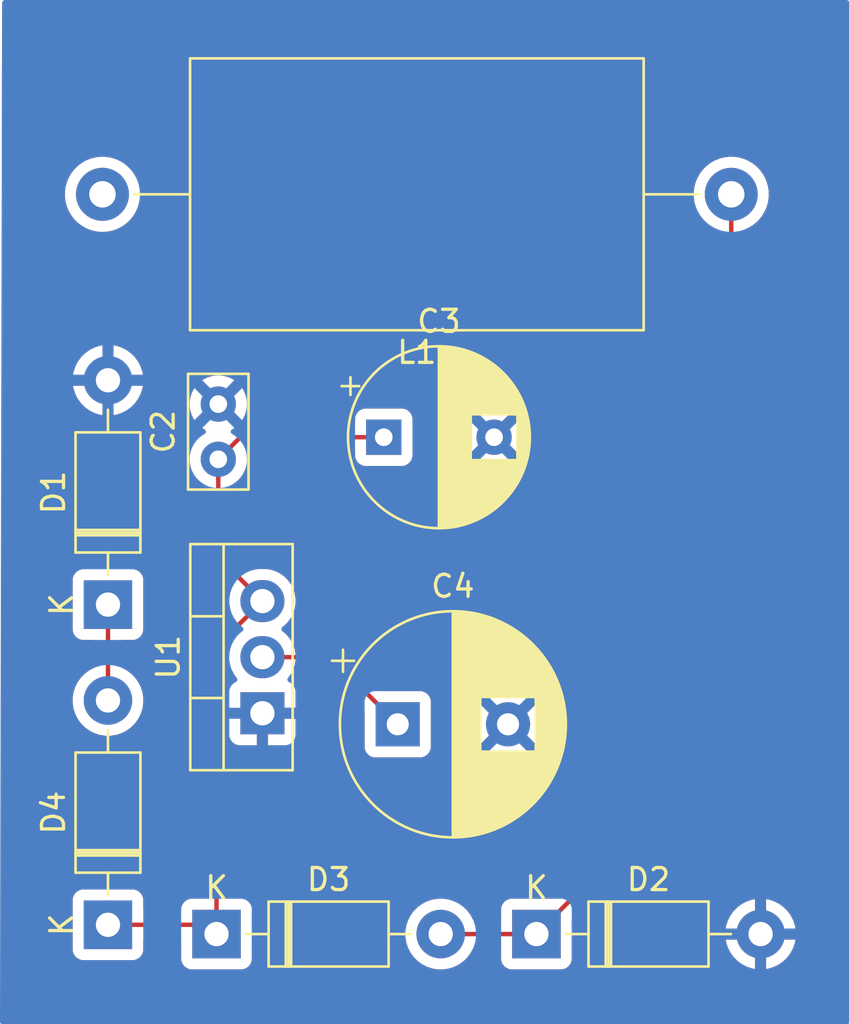
<source format=kicad_pcb>
(kicad_pcb (version 20241229) (generator "pcbnew") (generator_version "9.0")
  (layers (0 "F.Cu" signal) (2 "B.Cu" signal) (13 "F.Paste" user) (15 "B.Paste" user) (5 "F.SilkS" user "F.Silkscreen") (7 "B.SilkS" user "B.Silkscreen") (1 "F.Mask" user) (3 "B.Mask" user) (25 "Edge.Cuts" user))
  (net 0 "")
  (net 1 "GND")
  (net 2 "Net-(D3-K)")
  (net 3 "VCC")
  (net 4 "Net-(D1-K)")
  (net 5 "Net-(D2-K)")
  (footprint "Diode_THT:D_DO-41_SOD81_P10.16mm_Horizontal" (layer "F.Cu") (at 94.42 124)
    (property "Reference" "D3" (at 5.08 -2.47 0) (layer "F.SilkS"))
    (property "Value" "D_45deg")
    (fp_line (start 1.34 0) (end 2.36 0) (stroke (width 0.12)) (layer "F.SilkS"))
    (fp_line (start 2.36 -1.47) (end 2.36 1.47) (stroke (width 0.12)) (layer "F.SilkS"))
    (fp_line (start 2.36 1.47) (end 7.8 1.47) (stroke (width 0.12)) (layer "F.SilkS"))
    (fp_line (start 3.14 -1.47) (end 3.14 1.47) (stroke (width 0.12)) (layer "F.SilkS"))
    (fp_line (start 3.26 -1.47) (end 3.26 1.47) (stroke (width 0.12)) (layer "F.SilkS"))
    (fp_line (start 3.38 -1.47) (end 3.38 1.47) (stroke (width 0.12)) (layer "F.SilkS"))
    (fp_line (start 7.8 -1.47) (end 2.36 -1.47) (stroke (width 0.12)) (layer "F.SilkS"))
    (fp_line (start 7.8 1.47) (end 7.8 -1.47) (stroke (width 0.12)) (layer "F.SilkS"))
    (fp_line (start 8.82 0) (end 7.8 0) (stroke (width 0.12)) (layer "F.SilkS"))
    (fp_text user "K" (at 0 -2.1 0) (layer "F.SilkS"))
    (pad "1" thru_hole rect (at 0 0) (size 2.2 2.2) (drill 1.1) (layers "*.Cu" "*.Mask") (net 2 "Net-(D3-K)"))
    (pad "2" thru_hole oval (at 10.16 0) (size 2.2 2.2) (drill 1.1) (layers "*.Cu" "*.Mask") (net 5 "Net-(D2-K)"))
  )
  (footprint "Diode_THT:D_DO-41_SOD81_P10.16mm_Horizontal" (layer "F.Cu") (at 89.5 123.58 90)
    (property "Reference" "D4" (at 5.08 -2.47 90) (layer "F.SilkS"))
    (property "Value" "D_45deg")
    (fp_line (start 7.8 -1.47) (end 2.36 -1.47) (stroke (width 0.12)) (layer "F.SilkS"))
    (fp_line (start 3.38 -1.47) (end 3.38 1.47) (stroke (width 0.12)) (layer "F.SilkS"))
    (fp_line (start 3.26 -1.47) (end 3.26 1.47) (stroke (width 0.12)) (layer "F.SilkS"))
    (fp_line (start 3.14 -1.47) (end 3.14 1.47) (stroke (width 0.12)) (layer "F.SilkS"))
    (fp_line (start 2.36 -1.47) (end 2.36 1.47) (stroke (width 0.12)) (layer "F.SilkS"))
    (fp_line (start 8.82 0) (end 7.8 0) (stroke (width 0.12)) (layer "F.SilkS"))
    (fp_line (start 1.34 0) (end 2.36 0) (stroke (width 0.12)) (layer "F.SilkS"))
    (fp_line (start 7.8 1.47) (end 7.8 -1.47) (stroke (width 0.12)) (layer "F.SilkS"))
    (fp_line (start 2.36 1.47) (end 7.8 1.47) (stroke (width 0.12)) (layer "F.SilkS"))
    (fp_text user "K" (at 0 -2.1 90) (layer "F.SilkS"))
    (pad "1" thru_hole rect (at 0 0 90) (size 2.2 2.2) (drill 1.1) (layers "*.Cu" "*.Mask") (net 2 "Net-(D3-K)"))
    (pad "2" thru_hole oval (at 10.16 0 90) (size 2.2 2.2) (drill 1.1) (layers "*.Cu" "*.Mask") (net 4 "Net-(D1-K)"))
  )
  (footprint "Diode_THT:D_DO-41_SOD81_P10.16mm_Horizontal" (layer "F.Cu") (at 108.92 124)
    (property "Reference" "D2" (at 5.08 -2.47 0) (layer "F.SilkS"))
    (property "Value" "D_45deg")
    (fp_line (start 1.34 0) (end 2.36 0) (stroke (width 0.12)) (layer "F.SilkS"))
    (fp_line (start 2.36 -1.47) (end 2.36 1.47) (stroke (width 0.12)) (layer "F.SilkS"))
    (fp_line (start 2.36 1.47) (end 7.8 1.47) (stroke (width 0.12)) (layer "F.SilkS"))
    (fp_line (start 3.14 -1.47) (end 3.14 1.47) (stroke (width 0.12)) (layer "F.SilkS"))
    (fp_line (start 3.26 -1.47) (end 3.26 1.47) (stroke (width 0.12)) (layer "F.SilkS"))
    (fp_line (start 3.38 -1.47) (end 3.38 1.47) (stroke (width 0.12)) (layer "F.SilkS"))
    (fp_line (start 7.8 -1.47) (end 2.36 -1.47) (stroke (width 0.12)) (layer "F.SilkS"))
    (fp_line (start 7.8 1.47) (end 7.8 -1.47) (stroke (width 0.12)) (layer "F.SilkS"))
    (fp_line (start 8.82 0) (end 7.8 0) (stroke (width 0.12)) (layer "F.SilkS"))
    (fp_text user "K" (at 0 -2.1 0) (layer "F.SilkS"))
    (pad "1" thru_hole rect (at 0 0) (size 2.2 2.2) (drill 1.1) (layers "*.Cu" "*.Mask") (net 5 "Net-(D2-K)"))
    (pad "2" thru_hole oval (at 10.16 0) (size 2.2 2.2) (drill 1.1) (layers "*.Cu" "*.Mask") (net 1 "GND"))
  )
  (footprint "Capacitor_THT:C_Disc_D5.0mm_W2.5mm_P2.50mm" (layer "F.Cu") (at 94.5 102.5 90)
    (property "Reference" "C2" (at 1.25 -2.5 90) (layer "F.SilkS"))
    (property "Value" "10n")
    (fp_line (start 3.87 -1.37) (end 3.87 1.37) (stroke (width 0.12)) (layer "F.SilkS"))
    (fp_line (start -1.37 -1.37) (end 3.87 -1.37) (stroke (width 0.12)) (layer "F.SilkS"))
    (fp_line (start -1.37 -1.37) (end -1.37 1.37) (stroke (width 0.12)) (layer "F.SilkS"))
    (fp_line (start -1.37 1.37) (end 3.87 1.37) (stroke (width 0.12)) (layer "F.SilkS"))
    (pad "1" thru_hole circle (at 0 0 90) (size 1.6 1.6) (drill 0.8) (layers "*.Cu" "*.Mask") (net 2 "Net-(D3-K)"))
    (pad "2" thru_hole circle (at 2.5 0 90) (size 1.6 1.6) (drill 0.8) (layers "*.Cu" "*.Mask") (net 1 "GND"))
  )
  (footprint "Inductor_THT:L_Axial_L20.3mm_D12.1mm_P28.50mm_Horizontal_Vishay_IHA-101" (layer "F.Cu") (at 117.75 90.5 180)
    (property "Reference" "L1" (at 14.25 -7.155 0) (layer "F.SilkS"))
    (property "Value" "L")
    (fp_line (start 27.06 0) (end 24.53 0) (stroke (width 0.12)) (layer "F.SilkS"))
    (fp_line (start 24.53 6.155) (end 24.53 -6.155) (stroke (width 0.12)) (layer "F.SilkS"))
    (fp_line (start 24.53 -6.155) (end 3.97 -6.155) (stroke (width 0.12)) (layer "F.SilkS"))
    (fp_line (start 3.97 6.155) (end 24.53 6.155) (stroke (width 0.12)) (layer "F.SilkS"))
    (fp_line (start 3.97 -6.155) (end 3.97 6.155) (stroke (width 0.12)) (layer "F.SilkS"))
    (fp_line (start 1.44 0) (end 3.97 0) (stroke (width 0.12)) (layer "F.SilkS"))
    (pad "1" thru_hole circle (at 0 0 180) (size 2.4 2.4) (drill 1.2) (layers "*.Cu" "*.Mask") (net 5 "Net-(D2-K)"))
    (pad "2" thru_hole circle (at 28.5 0 180) (size 2.4 2.4) (drill 1.2) (layers "*.Cu" "*.Mask") (net 4 "Net-(D1-K)"))
  )
  (footprint "Diode_THT:D_DO-41_SOD81_P10.16mm_Horizontal" (layer "F.Cu") (at 89.5 109.08 90)
    (property "Reference" "D1" (at 5.08 -2.47 90) (layer "F.SilkS"))
    (property "Value" "D_45deg")
    (fp_line (start 7.8 -1.47) (end 2.36 -1.47) (stroke (width 0.12)) (layer "F.SilkS"))
    (fp_line (start 3.38 -1.47) (end 3.38 1.47) (stroke (width 0.12)) (layer "F.SilkS"))
    (fp_line (start 3.26 -1.47) (end 3.26 1.47) (stroke (width 0.12)) (layer "F.SilkS"))
    (fp_line (start 3.14 -1.47) (end 3.14 1.47) (stroke (width 0.12)) (layer "F.SilkS"))
    (fp_line (start 2.36 -1.47) (end 2.36 1.47) (stroke (width 0.12)) (layer "F.SilkS"))
    (fp_line (start 8.82 0) (end 7.8 0) (stroke (width 0.12)) (layer "F.SilkS"))
    (fp_line (start 1.34 0) (end 2.36 0) (stroke (width 0.12)) (layer "F.SilkS"))
    (fp_line (start 7.8 1.47) (end 7.8 -1.47) (stroke (width 0.12)) (layer "F.SilkS"))
    (fp_line (start 2.36 1.47) (end 7.8 1.47) (stroke (width 0.12)) (layer "F.SilkS"))
    (fp_text user "K" (at 0 -2.1 90) (layer "F.SilkS"))
    (pad "1" thru_hole rect (at 0 0 90) (size 2.2 2.2) (drill 1.1) (layers "*.Cu" "*.Mask") (net 4 "Net-(D1-K)"))
    (pad "2" thru_hole oval (at 10.16 0 90) (size 2.2 2.2) (drill 1.1) (layers "*.Cu" "*.Mask") (net 1 "GND"))
  )
  (footprint "Capacitor_THT:CP_Radial_D8.0mm_P5.00mm" (layer "F.Cu") (at 102 101.5)
    (property "Reference" "C3" (at 2.5 -5.25 0) (layer "F.SilkS"))
    (property "Value" "100u")
    (fp_line (start -1.909698 -2.315) (end -1.109698 -2.315) (stroke (width 0.12)) (layer "F.SilkS"))
    (fp_line (start -1.509698 -2.715) (end -1.509698 -1.915) (stroke (width 0.12)) (layer "F.SilkS"))
    (fp_line (start 2.5 -4.08) (end 2.5 4.08) (stroke (width 0.12)) (layer "F.SilkS"))
    (fp_line (start 2.54 -4.08) (end 2.54 4.08) (stroke (width 0.12)) (layer "F.SilkS"))
    (fp_line (start 2.58 -4.079) (end 2.58 4.079) (stroke (width 0.12)) (layer "F.SilkS"))
    (fp_line (start 2.62 -4.078) (end 2.62 4.078) (stroke (width 0.12)) (layer "F.SilkS"))
    (fp_line (start 2.66 -4.077) (end 2.66 4.077) (stroke (width 0.12)) (layer "F.SilkS"))
    (fp_line (start 2.7 -4.075) (end 2.7 4.075) (stroke (width 0.12)) (layer "F.SilkS"))
    (fp_line (start 2.74 -4.073) (end 2.74 4.073) (stroke (width 0.12)) (layer "F.SilkS"))
    (fp_line (start 2.78 -4.07) (end 2.78 4.07) (stroke (width 0.12)) (layer "F.SilkS"))
    (fp_line (start 2.82 -4.068) (end 2.82 4.068) (stroke (width 0.12)) (layer "F.SilkS"))
    (fp_line (start 2.86 -4.064) (end 2.86 4.064) (stroke (width 0.12)) (layer "F.SilkS"))
    (fp_line (start 2.9 -4.061) (end 2.9 4.061) (stroke (width 0.12)) (layer "F.SilkS"))
    (fp_line (start 2.94 -4.056) (end 2.94 4.056) (stroke (width 0.12)) (layer "F.SilkS"))
    (fp_line (start 2.98 -4.052) (end 2.98 4.052) (stroke (width 0.12)) (layer "F.SilkS"))
    (fp_line (start 3.02 -4.047) (end 3.02 4.047) (stroke (width 0.12)) (layer "F.SilkS"))
    (fp_line (start 3.06 -4.042) (end 3.06 4.042) (stroke (width 0.12)) (layer "F.SilkS"))
    (fp_line (start 3.1 -4.036) (end 3.1 4.036) (stroke (width 0.12)) (layer "F.SilkS"))
    (fp_line (start 3.14 -4.03) (end 3.14 4.03) (stroke (width 0.12)) (layer "F.SilkS"))
    (fp_line (start 3.18 -4.023) (end 3.18 4.023) (stroke (width 0.12)) (layer "F.SilkS"))
    (fp_line (start 3.22 -4.017) (end 3.22 4.017) (stroke (width 0.12)) (layer "F.SilkS"))
    (fp_line (start 3.26 -4.009) (end 3.26 4.009) (stroke (width 0.12)) (layer "F.SilkS"))
    (fp_line (start 3.3 -4.002) (end 3.3 4.002) (stroke (width 0.12)) (layer "F.SilkS"))
    (fp_line (start 3.34 -3.993) (end 3.34 3.993) (stroke (width 0.12)) (layer "F.SilkS"))
    (fp_line (start 3.38 -3.985) (end 3.38 3.985) (stroke (width 0.12)) (layer "F.SilkS"))
    (fp_line (start 3.42 -3.976) (end 3.42 3.976) (stroke (width 0.12)) (layer "F.SilkS"))
    (fp_line (start 3.46 -3.967) (end 3.46 3.967) (stroke (width 0.12)) (layer "F.SilkS"))
    (fp_line (start 3.5 -3.957) (end 3.5 3.957) (stroke (width 0.12)) (layer "F.SilkS"))
    (fp_line (start 3.54 -3.947) (end 3.54 3.947) (stroke (width 0.12)) (layer "F.SilkS"))
    (fp_line (start 3.58 -3.936) (end 3.58 3.936) (stroke (width 0.12)) (layer "F.SilkS"))
    (fp_line (start 3.62 -3.925) (end 3.62 3.925) (stroke (width 0.12)) (layer "F.SilkS"))
    (fp_line (start 3.66 -3.913) (end 3.66 3.913) (stroke (width 0.12)) (layer "F.SilkS"))
    (fp_line (start 3.7 -3.901) (end 3.7 3.901) (stroke (width 0.12)) (layer "F.SilkS"))
    (fp_line (start 3.74 -3.889) (end 3.74 3.889) (stroke (width 0.12)) (layer "F.SilkS"))
    (fp_line (start 3.78 -3.876) (end 3.78 3.876) (stroke (width 0.12)) (layer "F.SilkS"))
    (fp_line (start 3.82 -3.863) (end 3.82 3.863) (stroke (width 0.12)) (layer "F.SilkS"))
    (fp_line (start 3.86 -3.849) (end 3.86 3.849) (stroke (width 0.12)) (layer "F.SilkS"))
    (fp_line (start 3.9 -3.835) (end 3.9 3.835) (stroke (width 0.12)) (layer "F.SilkS"))
    (fp_line (start 3.94 -3.82) (end 3.94 3.82) (stroke (width 0.12)) (layer "F.SilkS"))
    (fp_line (start 3.98 -3.805) (end 3.98 -1.04) (stroke (width 0.12)) (layer "F.SilkS"))
    (fp_line (start 3.98 1.04) (end 3.98 3.805) (stroke (width 0.12)) (layer "F.SilkS"))
    (fp_line (start 4.02 -3.789) (end 4.02 -1.04) (stroke (width 0.12)) (layer "F.SilkS"))
    (fp_line (start 4.02 1.04) (end 4.02 3.789) (stroke (width 0.12)) (layer "F.SilkS"))
    (fp_line (start 4.06 -3.773) (end 4.06 -1.04) (stroke (width 0.12)) (layer "F.SilkS"))
    (fp_line (start 4.06 1.04) (end 4.06 3.773) (stroke (width 0.12)) (layer "F.SilkS"))
    (fp_line (start 4.1 -3.757) (end 4.1 -1.04) (stroke (width 0.12)) (layer "F.SilkS"))
    (fp_line (start 4.1 1.04) (end 4.1 3.757) (stroke (width 0.12)) (layer "F.SilkS"))
    (fp_line (start 4.14 -3.74) (end 4.14 -1.04) (stroke (width 0.12)) (layer "F.SilkS"))
    (fp_line (start 4.14 1.04) (end 4.14 3.74) (stroke (width 0.12)) (layer "F.SilkS"))
    (fp_line (start 4.18 -3.722) (end 4.18 -1.04) (stroke (width 0.12)) (layer "F.SilkS"))
    (fp_line (start 4.18 1.04) (end 4.18 3.722) (stroke (width 0.12)) (layer "F.SilkS"))
    (fp_line (start 4.22 -3.704) (end 4.22 -1.04) (stroke (width 0.12)) (layer "F.SilkS"))
    (fp_line (start 4.22 1.04) (end 4.22 3.704) (stroke (width 0.12)) (layer "F.SilkS"))
    (fp_line (start 4.26 -3.685) (end 4.26 -1.04) (stroke (width 0.12)) (layer "F.SilkS"))
    (fp_line (start 4.26 1.04) (end 4.26 3.685) (stroke (width 0.12)) (layer "F.SilkS"))
    (fp_line (start 4.3 -3.666) (end 4.3 -1.04) (stroke (width 0.12)) (layer "F.SilkS"))
    (fp_line (start 4.3 1.04) (end 4.3 3.666) (stroke (width 0.12)) (layer "F.SilkS"))
    (fp_line (start 4.34 -3.646) (end 4.34 -1.04) (stroke (width 0.12)) (layer "F.SilkS"))
    (fp_line (start 4.34 1.04) (end 4.34 3.646) (stroke (width 0.12)) (layer "F.SilkS"))
    (fp_line (start 4.38 -3.626) (end 4.38 -1.04) (stroke (width 0.12)) (layer "F.SilkS"))
    (fp_line (start 4.38 1.04) (end 4.38 3.626) (stroke (width 0.12)) (layer "F.SilkS"))
    (fp_line (start 4.42 -3.605) (end 4.42 -1.04) (stroke (width 0.12)) (layer "F.SilkS"))
    (fp_line (start 4.42 1.04) (end 4.42 3.605) (stroke (width 0.12)) (layer "F.SilkS"))
    (fp_line (start 4.46 -3.584) (end 4.46 -1.04) (stroke (width 0.12)) (layer "F.SilkS"))
    (fp_line (start 4.46 1.04) (end 4.46 3.584) (stroke (width 0.12)) (layer "F.SilkS"))
    (fp_line (start 4.5 -3.562) (end 4.5 -1.04) (stroke (width 0.12)) (layer "F.SilkS"))
    (fp_line (start 4.5 1.04) (end 4.5 3.562) (stroke (width 0.12)) (layer "F.SilkS"))
    (fp_line (start 4.54 -3.539) (end 4.54 -1.04) (stroke (width 0.12)) (layer "F.SilkS"))
    (fp_line (start 4.54 1.04) (end 4.54 3.539) (stroke (width 0.12)) (layer "F.SilkS"))
    (fp_line (start 4.58 -3.516) (end 4.58 -1.04) (stroke (width 0.12)) (layer "F.SilkS"))
    (fp_line (start 4.58 1.04) (end 4.58 3.516) (stroke (width 0.12)) (layer "F.SilkS"))
    (fp_line (start 4.62 -3.493) (end 4.62 -1.04) (stroke (width 0.12)) (layer "F.SilkS"))
    (fp_line (start 4.62 1.04) (end 4.62 3.493) (stroke (width 0.12)) (layer "F.SilkS"))
    (fp_line (start 4.66 -3.468) (end 4.66 -1.04) (stroke (width 0.12)) (layer "F.SilkS"))
    (fp_line (start 4.66 1.04) (end 4.66 3.468) (stroke (width 0.12)) (layer "F.SilkS"))
    (fp_line (start 4.7 -3.443) (end 4.7 -1.04) (stroke (width 0.12)) (layer "F.SilkS"))
    (fp_line (start 4.7 1.04) (end 4.7 3.443) (stroke (width 0.12)) (layer "F.SilkS"))
    (fp_line (start 4.74 -3.418) (end 4.74 -1.04) (stroke (width 0.12)) (layer "F.SilkS"))
    (fp_line (start 4.74 1.04) (end 4.74 3.418) (stroke (width 0.12)) (layer "F.SilkS"))
    (fp_line (start 4.78 -3.392) (end 4.78 -1.04) (stroke (width 0.12)) (layer "F.SilkS"))
    (fp_line (start 4.78 1.04) (end 4.78 3.392) (stroke (width 0.12)) (layer "F.SilkS"))
    (fp_line (start 4.82 -3.365) (end 4.82 -1.04) (stroke (width 0.12)) (layer "F.SilkS"))
    (fp_line (start 4.82 1.04) (end 4.82 3.365) (stroke (width 0.12)) (layer "F.SilkS"))
    (fp_line (start 4.86 -3.337) (end 4.86 -1.04) (stroke (width 0.12)) (layer "F.SilkS"))
    (fp_line (start 4.86 1.04) (end 4.86 3.337) (stroke (width 0.12)) (layer "F.SilkS"))
    (fp_line (start 4.9 -3.309) (end 4.9 -1.04) (stroke (width 0.12)) (layer "F.SilkS"))
    (fp_line (start 4.9 1.04) (end 4.9 3.309) (stroke (width 0.12)) (layer "F.SilkS"))
    (fp_line (start 4.94 -3.28) (end 4.94 -1.04) (stroke (width 0.12)) (layer "F.SilkS"))
    (fp_line (start 4.94 1.04) (end 4.94 3.28) (stroke (width 0.12)) (layer "F.SilkS"))
    (fp_line (start 4.98 -3.25) (end 4.98 -1.04) (stroke (width 0.12)) (layer "F.SilkS"))
    (fp_line (start 4.98 1.04) (end 4.98 3.25) (stroke (width 0.12)) (layer "F.SilkS"))
    (fp_line (start 5.02 -3.219) (end 5.02 -1.04) (stroke (width 0.12)) (layer "F.SilkS"))
    (fp_line (start 5.02 1.04) (end 5.02 3.219) (stroke (width 0.12)) (layer "F.SilkS"))
    (fp_line (start 5.06 -3.188) (end 5.06 -1.04) (stroke (width 0.12)) (layer "F.SilkS"))
    (fp_line (start 5.06 1.04) (end 5.06 3.188) (stroke (width 0.12)) (layer "F.SilkS"))
    (fp_line (start 5.1 -3.156) (end 5.1 -1.04) (stroke (width 0.12)) (layer "F.SilkS"))
    (fp_line (start 5.1 1.04) (end 5.1 3.156) (stroke (width 0.12)) (layer "F.SilkS"))
    (fp_line (start 5.14 -3.123) (end 5.14 -1.04) (stroke (width 0.12)) (layer "F.SilkS"))
    (fp_line (start 5.14 1.04) (end 5.14 3.123) (stroke (width 0.12)) (layer "F.SilkS"))
    (fp_line (start 5.18 -3.089) (end 5.18 -1.04) (stroke (width 0.12)) (layer "F.SilkS"))
    (fp_line (start 5.18 1.04) (end 5.18 3.089) (stroke (width 0.12)) (layer "F.SilkS"))
    (fp_line (start 5.22 -3.055) (end 5.22 -1.04) (stroke (width 0.12)) (layer "F.SilkS"))
    (fp_line (start 5.22 1.04) (end 5.22 3.055) (stroke (width 0.12)) (layer "F.SilkS"))
    (fp_line (start 5.26 -3.019) (end 5.26 -1.04) (stroke (width 0.12)) (layer "F.SilkS"))
    (fp_line (start 5.26 1.04) (end 5.26 3.019) (stroke (width 0.12)) (layer "F.SilkS"))
    (fp_line (start 5.3 -2.982) (end 5.3 -1.04) (stroke (width 0.12)) (layer "F.SilkS"))
    (fp_line (start 5.3 1.04) (end 5.3 2.982) (stroke (width 0.12)) (layer "F.SilkS"))
    (fp_line (start 5.34 -2.945) (end 5.34 -1.04) (stroke (width 0.12)) (layer "F.SilkS"))
    (fp_line (start 5.34 1.04) (end 5.34 2.945) (stroke (width 0.12)) (layer "F.SilkS"))
    (fp_line (start 5.38 -2.906) (end 5.38 -1.04) (stroke (width 0.12)) (layer "F.SilkS"))
    (fp_line (start 5.38 1.04) (end 5.38 2.906) (stroke (width 0.12)) (layer "F.SilkS"))
    (fp_line (start 5.42 -2.867) (end 5.42 -1.04) (stroke (width 0.12)) (layer "F.SilkS"))
    (fp_line (start 5.42 1.04) (end 5.42 2.867) (stroke (width 0.12)) (layer "F.SilkS"))
    (fp_line (start 5.46 -2.826) (end 5.46 -1.04) (stroke (width 0.12)) (layer "F.SilkS"))
    (fp_line (start 5.46 1.04) (end 5.46 2.826) (stroke (width 0.12)) (layer "F.SilkS"))
    (fp_line (start 5.5 -2.784) (end 5.5 -1.04) (stroke (width 0.12)) (layer "F.SilkS"))
    (fp_line (start 5.5 1.04) (end 5.5 2.784) (stroke (width 0.12)) (layer "F.SilkS"))
    (fp_line (start 5.54 -2.741) (end 5.54 -1.04) (stroke (width 0.12)) (layer "F.SilkS"))
    (fp_line (start 5.54 1.04) (end 5.54 2.741) (stroke (width 0.12)) (layer "F.SilkS"))
    (fp_line (start 5.58 -2.696) (end 5.58 -1.04) (stroke (width 0.12)) (layer "F.SilkS"))
    (fp_line (start 5.58 1.04) (end 5.58 2.696) (stroke (width 0.12)) (layer "F.SilkS"))
    (fp_line (start 5.62 -2.651) (end 5.62 -1.04) (stroke (width 0.12)) (layer "F.SilkS"))
    (fp_line (start 5.62 1.04) (end 5.62 2.651) (stroke (width 0.12)) (layer "F.SilkS"))
    (fp_line (start 5.66 -2.604) (end 5.66 -1.04) (stroke (width 0.12)) (layer "F.SilkS"))
    (fp_line (start 5.66 1.04) (end 5.66 2.604) (stroke (width 0.12)) (layer "F.SilkS"))
    (fp_line (start 5.7 -2.555) (end 5.7 -1.04) (stroke (width 0.12)) (layer "F.SilkS"))
    (fp_line (start 5.7 1.04) (end 5.7 2.555) (stroke (width 0.12)) (layer "F.SilkS"))
    (fp_line (start 5.74 -2.505) (end 5.74 -1.04) (stroke (width 0.12)) (layer "F.SilkS"))
    (fp_line (start 5.74 1.04) (end 5.74 2.505) (stroke (width 0.12)) (layer "F.SilkS"))
    (fp_line (start 5.78 -2.453) (end 5.78 -1.04) (stroke (width 0.12)) (layer "F.SilkS"))
    (fp_line (start 5.78 1.04) (end 5.78 2.453) (stroke (width 0.12)) (layer "F.SilkS"))
    (fp_line (start 5.82 -2.4) (end 5.82 -1.04) (stroke (width 0.12)) (layer "F.SilkS"))
    (fp_line (start 5.82 1.04) (end 5.82 2.4) (stroke (width 0.12)) (layer "F.SilkS"))
    (fp_line (start 5.86 -2.344) (end 5.86 -1.04) (stroke (width 0.12)) (layer "F.SilkS"))
    (fp_line (start 5.86 1.04) (end 5.86 2.344) (stroke (width 0.12)) (layer "F.SilkS"))
    (fp_line (start 5.9 -2.287) (end 5.9 -1.04) (stroke (width 0.12)) (layer "F.SilkS"))
    (fp_line (start 5.9 1.04) (end 5.9 2.287) (stroke (width 0.12)) (layer "F.SilkS"))
    (fp_line (start 5.94 -2.227) (end 5.94 -1.04) (stroke (width 0.12)) (layer "F.SilkS"))
    (fp_line (start 5.94 1.04) (end 5.94 2.227) (stroke (width 0.12)) (layer "F.SilkS"))
    (fp_line (start 5.98 -2.165) (end 5.98 -1.04) (stroke (width 0.12)) (layer "F.SilkS"))
    (fp_line (start 5.98 1.04) (end 5.98 2.165) (stroke (width 0.12)) (layer "F.SilkS"))
    (fp_line (start 6.02 -2.101) (end 6.02 -1.04) (stroke (width 0.12)) (layer "F.SilkS"))
    (fp_line (start 6.02 1.04) (end 6.02 2.101) (stroke (width 0.12)) (layer "F.SilkS"))
    (fp_line (start 6.06 -2.034) (end 6.06 2.034) (stroke (width 0.12)) (layer "F.SilkS"))
    (fp_line (start 6.1 -1.964) (end 6.1 1.964) (stroke (width 0.12)) (layer "F.SilkS"))
    (fp_line (start 6.14 -1.89) (end 6.14 1.89) (stroke (width 0.12)) (layer "F.SilkS"))
    (fp_line (start 6.18 -1.813) (end 6.18 1.813) (stroke (width 0.12)) (layer "F.SilkS"))
    (fp_line (start 6.22 -1.731) (end 6.22 1.731) (stroke (width 0.12)) (layer "F.SilkS"))
    (fp_line (start 6.26 -1.644) (end 6.26 1.644) (stroke (width 0.12)) (layer "F.SilkS"))
    (fp_line (start 6.3 -1.552) (end 6.3 1.552) (stroke (width 0.12)) (layer "F.SilkS"))
    (fp_line (start 6.34 -1.453) (end 6.34 1.453) (stroke (width 0.12)) (layer "F.SilkS"))
    (fp_line (start 6.38 -1.346) (end 6.38 1.346) (stroke (width 0.12)) (layer "F.SilkS"))
    (fp_line (start 6.42 -1.228) (end 6.42 1.228) (stroke (width 0.12)) (layer "F.SilkS"))
    (fp_line (start 6.46 -1.097) (end 6.46 1.097) (stroke (width 0.12)) (layer "F.SilkS"))
    (fp_line (start 6.5 -0.947) (end 6.5 0.947) (stroke (width 0.12)) (layer "F.SilkS"))
    (fp_line (start 6.54 -0.768) (end 6.54 0.768) (stroke (width 0.12)) (layer "F.SilkS"))
    (fp_line (start 6.58 -0.533) (end 6.58 0.533) (stroke (width 0.12)) (layer "F.SilkS"))
    (fp_circle (center 2.5 0) (end 6.62 0) (stroke (width 0.12)) (fill no) (layer "F.SilkS"))
    (pad "1" thru_hole rect (at 0 0) (size 1.6 1.6) (drill 0.8) (layers "*.Cu" "*.Mask") (net 2 "Net-(D3-K)"))
    (pad "2" thru_hole circle (at 5 0) (size 1.6 1.6) (drill 0.8) (layers "*.Cu" "*.Mask") (net 1 "GND"))
  )
  (footprint "Package_TO_SOT_THT:TO-220-3_Vertical" (layer "F.Cu") (at 96.5 114 90)
    (property "Reference" "U1" (at 2.54 -4.27 90) (layer "F.SilkS"))
    (property "Value" "AMS1117")
    (fp_line (start 7.66 -3.27) (end 7.66 1.371) (stroke (width 0.12)) (layer "F.SilkS"))
    (fp_line (start 4.391 -3.27) (end 4.391 -1.76) (stroke (width 0.12)) (layer "F.SilkS"))
    (fp_line (start 0.69 -3.27) (end 0.69 -1.76) (stroke (width 0.12)) (layer "F.SilkS"))
    (fp_line (start -2.58 -3.27) (end 7.66 -3.27) (stroke (width 0.12)) (layer "F.SilkS"))
    (fp_line (start -2.58 -3.27) (end -2.58 1.371) (stroke (width 0.12)) (layer "F.SilkS"))
    (fp_line (start -2.58 -1.76) (end 7.66 -1.76) (stroke (width 0.12)) (layer "F.SilkS"))
    (fp_line (start -2.58 1.371) (end 7.66 1.371) (stroke (width 0.12)) (layer "F.SilkS"))
    (pad "1" thru_hole rect (at 0 0 90) (size 1.905 2) (drill 1.1) (layers "*.Cu" "*.Mask") (net 1 "GND"))
    (pad "2" thru_hole oval (at 2.54 0 90) (size 1.905 2) (drill 1.1) (layers "*.Cu" "*.Mask") (net 3 "VCC"))
    (pad "3" thru_hole oval (at 5.08 0 90) (size 1.905 2) (drill 1.1) (layers "*.Cu" "*.Mask") (net 2 "Net-(D3-K)"))
  )
  (footprint "Capacitor_THT:CP_Radial_D10.0mm_P5.00mm" (layer "F.Cu") (at 102.632323 114.5)
    (property "Reference" "C4" (at 2.5 -6.25 0) (layer "F.SilkS"))
    (property "Value" "10u")
    (fp_line (start -2.979646 -2.875) (end -1.979646 -2.875) (stroke (width 0.12)) (layer "F.SilkS"))
    (fp_line (start -2.479646 -3.375) (end -2.479646 -2.375) (stroke (width 0.12)) (layer "F.SilkS"))
    (fp_line (start 2.5 -5.08) (end 2.5 5.08) (stroke (width 0.12)) (layer "F.SilkS"))
    (fp_line (start 2.54 -5.08) (end 2.54 5.08) (stroke (width 0.12)) (layer "F.SilkS"))
    (fp_line (start 2.58 -5.079) (end 2.58 5.079) (stroke (width 0.12)) (layer "F.SilkS"))
    (fp_line (start 2.62 -5.079) (end 2.62 5.079) (stroke (width 0.12)) (layer "F.SilkS"))
    (fp_line (start 2.66 -5.077) (end 2.66 5.077) (stroke (width 0.12)) (layer "F.SilkS"))
    (fp_line (start 2.7 -5.076) (end 2.7 5.076) (stroke (width 0.12)) (layer "F.SilkS"))
    (fp_line (start 2.74 -5.074) (end 2.74 5.074) (stroke (width 0.12)) (layer "F.SilkS"))
    (fp_line (start 2.78 -5.072) (end 2.78 5.072) (stroke (width 0.12)) (layer "F.SilkS"))
    (fp_line (start 2.82 -5.07) (end 2.82 5.07) (stroke (width 0.12)) (layer "F.SilkS"))
    (fp_line (start 2.86 -5.067) (end 2.86 5.067) (stroke (width 0.12)) (layer "F.SilkS"))
    (fp_line (start 2.9 -5.064) (end 2.9 5.064) (stroke (width 0.12)) (layer "F.SilkS"))
    (fp_line (start 2.94 -5.061) (end 2.94 5.061) (stroke (width 0.12)) (layer "F.SilkS"))
    (fp_line (start 2.98 -5.057) (end 2.98 5.057) (stroke (width 0.12)) (layer "F.SilkS"))
    (fp_line (start 3.02 -5.054) (end 3.02 5.054) (stroke (width 0.12)) (layer "F.SilkS"))
    (fp_line (start 3.06 -5.049) (end 3.06 5.049) (stroke (width 0.12)) (layer "F.SilkS"))
    (fp_line (start 3.1 -5.045) (end 3.1 5.045) (stroke (width 0.12)) (layer "F.SilkS"))
    (fp_line (start 3.14 -5.04) (end 3.14 5.04) (stroke (width 0.12)) (layer "F.SilkS"))
    (fp_line (start 3.18 -5.035) (end 3.18 5.035) (stroke (width 0.12)) (layer "F.SilkS"))
    (fp_line (start 3.22 -5.029) (end 3.22 5.029) (stroke (width 0.12)) (layer "F.SilkS"))
    (fp_line (start 3.26 -5.023) (end 3.26 5.023) (stroke (width 0.12)) (layer "F.SilkS"))
    (fp_line (start 3.3 -5.017) (end 3.3 5.017) (stroke (width 0.12)) (layer "F.SilkS"))
    (fp_line (start 3.34 -5.011) (end 3.34 5.011) (stroke (width 0.12)) (layer "F.SilkS"))
    (fp_line (start 3.38 -5.004) (end 3.38 5.004) (stroke (width 0.12)) (layer "F.SilkS"))
    (fp_line (start 3.42 -4.997) (end 3.42 4.997) (stroke (width 0.12)) (layer "F.SilkS"))
    (fp_line (start 3.46 -4.989) (end 3.46 4.989) (stroke (width 0.12)) (layer "F.SilkS"))
    (fp_line (start 3.5 -4.981) (end 3.5 4.981) (stroke (width 0.12)) (layer "F.SilkS"))
    (fp_line (start 3.54 -4.973) (end 3.54 4.973) (stroke (width 0.12)) (layer "F.SilkS"))
    (fp_line (start 3.58 -4.965) (end 3.58 4.965) (stroke (width 0.12)) (layer "F.SilkS"))
    (fp_line (start 3.62 -4.956) (end 3.62 4.956) (stroke (width 0.12)) (layer "F.SilkS"))
    (fp_line (start 3.66 -4.947) (end 3.66 4.947) (stroke (width 0.12)) (layer "F.SilkS"))
    (fp_line (start 3.7 -4.937) (end 3.7 4.937) (stroke (width 0.12)) (layer "F.SilkS"))
    (fp_line (start 3.74 -4.928) (end 3.74 4.928) (stroke (width 0.12)) (layer "F.SilkS"))
    (fp_line (start 3.78 -4.917) (end 3.78 -1.24) (stroke (width 0.12)) (layer "F.SilkS"))
    (fp_line (start 3.78 1.24) (end 3.78 4.917) (stroke (width 0.12)) (layer "F.SilkS"))
    (fp_line (start 3.82 -4.907) (end 3.82 -1.24) (stroke (width 0.12)) (layer "F.SilkS"))
    (fp_line (start 3.82 1.24) (end 3.82 4.907) (stroke (width 0.12)) (layer "F.SilkS"))
    (fp_line (start 3.86 -4.896) (end 3.86 -1.24) (stroke (width 0.12)) (layer "F.SilkS"))
    (fp_line (start 3.86 1.24) (end 3.86 4.896) (stroke (width 0.12)) (layer "F.SilkS"))
    (fp_line (start 3.9 -4.885) (end 3.9 -1.24) (stroke (width 0.12)) (layer "F.SilkS"))
    (fp_line (start 3.9 1.24) (end 3.9 4.885) (stroke (width 0.12)) (layer "F.SilkS"))
    (fp_line (start 3.94 -4.873) (end 3.94 -1.24) (stroke (width 0.12)) (layer "F.SilkS"))
    (fp_line (start 3.94 1.24) (end 3.94 4.873) (stroke (width 0.12)) (layer "F.SilkS"))
    (fp_line (start 3.98 -4.861) (end 3.98 -1.24) (stroke (width 0.12)) (layer "F.SilkS"))
    (fp_line (start 3.98 1.24) (end 3.98 4.861) (stroke (width 0.12)) (layer "F.SilkS"))
    (fp_line (start 4.02 -4.849) (end 4.02 -1.24) (stroke (width 0.12)) (layer "F.SilkS"))
    (fp_line (start 4.02 1.24) (end 4.02 4.849) (stroke (width 0.12)) (layer "F.SilkS"))
    (fp_line (start 4.06 -4.837) (end 4.06 -1.24) (stroke (width 0.12)) (layer "F.SilkS"))
    (fp_line (start 4.06 1.24) (end 4.06 4.837) (stroke (width 0.12)) (layer "F.SilkS"))
    (fp_line (start 4.1 -4.824) (end 4.1 -1.24) (stroke (width 0.12)) (layer "F.SilkS"))
    (fp_line (start 4.1 1.24) (end 4.1 4.824) (stroke (width 0.12)) (layer "F.SilkS"))
    (fp_line (start 4.14 -4.81) (end 4.14 -1.24) (stroke (width 0.12)) (layer "F.SilkS"))
    (fp_line (start 4.14 1.24) (end 4.14 4.81) (stroke (width 0.12)) (layer "F.SilkS"))
    (fp_line (start 4.18 -4.797) (end 4.18 -1.24) (stroke (width 0.12)) (layer "F.SilkS"))
    (fp_line (start 4.18 1.24) (end 4.18 4.797) (stroke (width 0.12)) (layer "F.SilkS"))
    (fp_line (start 4.22 -4.782) (end 4.22 -1.24) (stroke (width 0.12)) (layer "F.SilkS"))
    (fp_line (start 4.22 1.24) (end 4.22 4.782) (stroke (width 0.12)) (layer "F.SilkS"))
    (fp_line (start 4.26 -4.768) (end 4.26 -1.24) (stroke (width 0.12)) (layer "F.SilkS"))
    (fp_line (start 4.26 1.24) (end 4.26 4.768) (stroke (width 0.12)) (layer "F.SilkS"))
    (fp_line (start 4.3 -4.753) (end 4.3 -1.24) (stroke (width 0.12)) (layer "F.SilkS"))
    (fp_line (start 4.3 1.24) (end 4.3 4.753) (stroke (width 0.12)) (layer "F.SilkS"))
    (fp_line (start 4.34 -4.738) (end 4.34 -1.24) (stroke (width 0.12)) (layer "F.SilkS"))
    (fp_line (start 4.34 1.24) (end 4.34 4.738) (stroke (width 0.12)) (layer "F.SilkS"))
    (fp_line (start 4.38 -4.722) (end 4.38 -1.24) (stroke (width 0.12)) (layer "F.SilkS"))
    (fp_line (start 4.38 1.24) (end 4.38 4.722) (stroke (width 0.12)) (layer "F.SilkS"))
    (fp_line (start 4.42 -4.706) (end 4.42 -1.24) (stroke (width 0.12)) (layer "F.SilkS"))
    (fp_line (start 4.42 1.24) (end 4.42 4.706) (stroke (width 0.12)) (layer "F.SilkS"))
    (fp_line (start 4.46 -4.69) (end 4.46 -1.24) (stroke (width 0.12)) (layer "F.SilkS"))
    (fp_line (start 4.46 1.24) (end 4.46 4.69) (stroke (width 0.12)) (layer "F.SilkS"))
    (fp_line (start 4.5 -4.673) (end 4.5 -1.24) (stroke (width 0.12)) (layer "F.SilkS"))
    (fp_line (start 4.5 1.24) (end 4.5 4.673) (stroke (width 0.12)) (layer "F.SilkS"))
    (fp_line (start 4.54 -4.656) (end 4.54 -1.24) (stroke (width 0.12)) (layer "F.SilkS"))
    (fp_line (start 4.54 1.24) (end 4.54 4.656) (stroke (width 0.12)) (layer "F.SilkS"))
    (fp_line (start 4.58 -4.638) (end 4.58 -1.24) (stroke (width 0.12)) (layer "F.SilkS"))
    (fp_line (start 4.58 1.24) (end 4.58 4.638) (stroke (width 0.12)) (layer "F.SilkS"))
    (fp_line (start 4.62 -4.62) (end 4.62 -1.24) (stroke (width 0.12)) (layer "F.SilkS"))
    (fp_line (start 4.62 1.24) (end 4.62 4.62) (stroke (width 0.12)) (layer "F.SilkS"))
    (fp_line (start 4.66 -4.602) (end 4.66 -1.24) (stroke (width 0.12)) (layer "F.SilkS"))
    (fp_line (start 4.66 1.24) (end 4.66 4.602) (stroke (width 0.12)) (layer "F.SilkS"))
    (fp_line (start 4.7 -4.583) (end 4.7 -1.24) (stroke (width 0.12)) (layer "F.SilkS"))
    (fp_line (start 4.7 1.24) (end 4.7 4.583) (stroke (width 0.12)) (layer "F.SilkS"))
    (fp_line (start 4.74 -4.564) (end 4.74 -1.24) (stroke (width 0.12)) (layer "F.SilkS"))
    (fp_line (start 4.74 1.24) (end 4.74 4.564) (stroke (width 0.12)) (layer "F.SilkS"))
    (fp_line (start 4.78 -4.544) (end 4.78 -1.24) (stroke (width 0.12)) (layer "F.SilkS"))
    (fp_line (start 4.78 1.24) (end 4.78 4.544) (stroke (width 0.12)) (layer "F.SilkS"))
    (fp_line (start 4.82 -4.524) (end 4.82 -1.24) (stroke (width 0.12)) (layer "F.SilkS"))
    (fp_line (start 4.82 1.24) (end 4.82 4.524) (stroke (width 0.12)) (layer "F.SilkS"))
    (fp_line (start 4.86 -4.504) (end 4.86 -1.24) (stroke (width 0.12)) (layer "F.SilkS"))
    (fp_line (start 4.86 1.24) (end 4.86 4.504) (stroke (width 0.12)) (layer "F.SilkS"))
    (fp_line (start 4.9 -4.483) (end 4.9 -1.24) (stroke (width 0.12)) (layer "F.SilkS"))
    (fp_line (start 4.9 1.24) (end 4.9 4.483) (stroke (width 0.12)) (layer "F.SilkS"))
    (fp_line (start 4.94 -4.461) (end 4.94 -1.24) (stroke (width 0.12)) (layer "F.SilkS"))
    (fp_line (start 4.94 1.24) (end 4.94 4.461) (stroke (width 0.12)) (layer "F.SilkS"))
    (fp_line (start 4.98 -4.439) (end 4.98 -1.24) (stroke (width 0.12)) (layer "F.SilkS"))
    (fp_line (start 4.98 1.24) (end 4.98 4.439) (stroke (width 0.12)) (layer "F.SilkS"))
    (fp_line (start 5.02 -4.417) (end 5.02 -1.24) (stroke (width 0.12)) (layer "F.SilkS"))
    (fp_line (start 5.02 1.24) (end 5.02 4.417) (stroke (width 0.12)) (layer "F.SilkS"))
    (fp_line (start 5.06 -4.394) (end 5.06 -1.24) (stroke (width 0.12)) (layer "F.SilkS"))
    (fp_line (start 5.06 1.24) (end 5.06 4.394) (stroke (width 0.12)) (layer "F.SilkS"))
    (fp_line (start 5.1 -4.371) (end 5.1 -1.24) (stroke (width 0.12)) (layer "F.SilkS"))
    (fp_line (start 5.1 1.24) (end 5.1 4.371) (stroke (width 0.12)) (layer "F.SilkS"))
    (fp_line (start 5.14 -4.347) (end 5.14 -1.24) (stroke (width 0.12)) (layer "F.SilkS"))
    (fp_line (start 5.14 1.24) (end 5.14 4.347) (stroke (width 0.12)) (layer "F.SilkS"))
    (fp_line (start 5.18 -4.323) (end 5.18 -1.24) (stroke (width 0.12)) (layer "F.SilkS"))
    (fp_line (start 5.18 1.24) (end 5.18 4.323) (stroke (width 0.12)) (layer "F.SilkS"))
    (fp_line (start 5.22 -4.298) (end 5.22 -1.24) (stroke (width 0.12)) (layer "F.SilkS"))
    (fp_line (start 5.22 1.24) (end 5.22 4.298) (stroke (width 0.12)) (layer "F.SilkS"))
    (fp_line (start 5.26 -4.272) (end 5.26 -1.24) (stroke (width 0.12)) (layer "F.SilkS"))
    (fp_line (start 5.26 1.24) (end 5.26 4.272) (stroke (width 0.12)) (layer "F.SilkS"))
    (fp_line (start 5.3 -4.247) (end 5.3 -1.24) (stroke (width 0.12)) (layer "F.SilkS"))
    (fp_line (start 5.3 1.24) (end 5.3 4.247) (stroke (width 0.12)) (layer "F.SilkS"))
    (fp_line (start 5.34 -4.22) (end 5.34 -1.24) (stroke (width 0.12)) (layer "F.SilkS"))
    (fp_line (start 5.34 1.24) (end 5.34 4.22) (stroke (width 0.12)) (layer "F.SilkS"))
    (fp_line (start 5.38 -4.193) (end 5.38 -1.24) (stroke (width 0.12)) (layer "F.SilkS"))
    (fp_line (start 5.38 1.24) (end 5.38 4.193) (stroke (width 0.12)) (layer "F.SilkS"))
    (fp_line (start 5.42 -4.166) (end 5.42 -1.24) (stroke (width 0.12)) (layer "F.SilkS"))
    (fp_line (start 5.42 1.24) (end 5.42 4.166) (stroke (width 0.12)) (layer "F.SilkS"))
    (fp_line (start 5.46 -4.138) (end 5.46 -1.24) (stroke (width 0.12)) (layer "F.SilkS"))
    (fp_line (start 5.46 1.24) (end 5.46 4.138) (stroke (width 0.12)) (layer "F.SilkS"))
    (fp_line (start 5.5 -4.109) (end 5.5 -1.24) (stroke (width 0.12)) (layer "F.SilkS"))
    (fp_line (start 5.5 1.24) (end 5.5 4.109) (stroke (width 0.12)) (layer "F.SilkS"))
    (fp_line (start 5.54 -4.08) (end 5.54 -1.24) (stroke (width 0.12)) (layer "F.SilkS"))
    (fp_line (start 5.54 1.24) (end 5.54 4.08) (stroke (width 0.12)) (layer "F.SilkS"))
    (fp_line (start 5.58 -4.05) (end 5.58 -1.24) (stroke (width 0.12)) (layer "F.SilkS"))
    (fp_line (start 5.58 1.24) (end 5.58 4.05) (stroke (width 0.12)) (layer "F.SilkS"))
    (fp_line (start 5.62 -4.02) (end 5.62 -1.24) (stroke (width 0.12)) (layer "F.SilkS"))
    (fp_line (start 5.62 1.24) (end 5.62 4.02) (stroke (width 0.12)) (layer "F.SilkS"))
    (fp_line (start 5.66 -3.988) (end 5.66 -1.24) (stroke (width 0.12)) (layer "F.SilkS"))
    (fp_line (start 5.66 1.24) (end 5.66 3.988) (stroke (width 0.12)) (layer "F.SilkS"))
    (fp_line (start 5.7 -3.957) (end 5.7 -1.24) (stroke (width 0.12)) (layer "F.SilkS"))
    (fp_line (start 5.7 1.24) (end 5.7 3.957) (stroke (width 0.12)) (layer "F.SilkS"))
    (fp_line (start 5.74 -3.924) (end 5.74 -1.24) (stroke (width 0.12)) (layer "F.SilkS"))
    (fp_line (start 5.74 1.24) (end 5.74 3.924) (stroke (width 0.12)) (layer "F.SilkS"))
    (fp_line (start 5.78 -3.891) (end 5.78 -1.24) (stroke (width 0.12)) (layer "F.SilkS"))
    (fp_line (start 5.78 1.24) (end 5.78 3.891) (stroke (width 0.12)) (layer "F.SilkS"))
    (fp_line (start 5.82 -3.858) (end 5.82 -1.24) (stroke (width 0.12)) (layer "F.SilkS"))
    (fp_line (start 5.82 1.24) (end 5.82 3.858) (stroke (width 0.12)) (layer "F.SilkS"))
    (fp_line (start 5.86 -3.823) (end 5.86 -1.24) (stroke (width 0.12)) (layer "F.SilkS"))
    (fp_line (start 5.86 1.24) (end 5.86 3.823) (stroke (width 0.12)) (layer "F.SilkS"))
    (fp_line (start 5.9 -3.788) (end 5.9 -1.24) (stroke (width 0.12)) (layer "F.SilkS"))
    (fp_line (start 5.9 1.24) (end 5.9 3.788) (stroke (width 0.12)) (layer "F.SilkS"))
    (fp_line (start 5.94 -3.752) (end 5.94 -1.24) (stroke (width 0.12)) (layer "F.SilkS"))
    (fp_line (start 5.94 1.24) (end 5.94 3.752) (stroke (width 0.12)) (layer "F.SilkS"))
    (fp_line (start 5.98 -3.716) (end 5.98 -1.24) (stroke (width 0.12)) (layer "F.SilkS"))
    (fp_line (start 5.98 1.24) (end 5.98 3.716) (stroke (width 0.12)) (layer "F.SilkS"))
    (fp_line (start 6.02 -3.678) (end 6.02 -1.24) (stroke (width 0.12)) (layer "F.SilkS"))
    (fp_line (start 6.02 1.24) (end 6.02 3.678) (stroke (width 0.12)) (layer "F.SilkS"))
    (fp_line (start 6.06 -3.64) (end 6.06 -1.24) (stroke (width 0.12)) (layer "F.SilkS"))
    (fp_line (start 6.06 1.24) (end 6.06 3.64) (stroke (width 0.12)) (layer "F.SilkS"))
    (fp_line (start 6.1 -3.601) (end 6.1 -1.24) (stroke (width 0.12)) (layer "F.SilkS"))
    (fp_line (start 6.1 1.24) (end 6.1 3.601) (stroke (width 0.12)) (layer "F.SilkS"))
    (fp_line (start 6.14 -3.561) (end 6.14 -1.24) (stroke (width 0.12)) (layer "F.SilkS"))
    (fp_line (start 6.14 1.24) (end 6.14 3.561) (stroke (width 0.12)) (layer "F.SilkS"))
    (fp_line (start 6.18 -3.52) (end 6.18 -1.24) (stroke (width 0.12)) (layer "F.SilkS"))
    (fp_line (start 6.18 1.24) (end 6.18 3.52) (stroke (width 0.12)) (layer "F.SilkS"))
    (fp_line (start 6.22 -3.478) (end 6.22 -1.24) (stroke (width 0.12)) (layer "F.SilkS"))
    (fp_line (start 6.22 1.24) (end 6.22 3.478) (stroke (width 0.12)) (layer "F.SilkS"))
    (fp_line (start 6.26 -3.435) (end 6.26 3.435) (stroke (width 0.12)) (layer "F.SilkS"))
    (fp_line (start 6.3 -3.391) (end 6.3 3.391) (stroke (width 0.12)) (layer "F.SilkS"))
    (fp_line (start 6.34 -3.347) (end 6.34 3.347) (stroke (width 0.12)) (layer "F.SilkS"))
    (fp_line (start 6.38 -3.301) (end 6.38 3.301) (stroke (width 0.12)) (layer "F.SilkS"))
    (fp_line (start 6.42 -3.254) (end 6.42 3.254) (stroke (width 0.12)) (layer "F.SilkS"))
    (fp_line (start 6.46 -3.205) (end 6.46 3.205) (stroke (width 0.12)) (layer "F.SilkS"))
    (fp_line (start 6.5 -3.156) (end 6.5 3.156) (stroke (width 0.12)) (layer "F.SilkS"))
    (fp_line (start 6.54 -3.105) (end 6.54 3.105) (stroke (width 0.12)) (layer "F.SilkS"))
    (fp_line (start 6.58 -3.053) (end 6.58 3.053) (stroke (width 0.12)) (layer "F.SilkS"))
    (fp_line (start 6.62 -3) (end 6.62 3) (stroke (width 0.12)) (layer "F.SilkS"))
    (fp_line (start 6.66 -2.945) (end 6.66 2.945) (stroke (width 0.12)) (layer "F.SilkS"))
    (fp_line (start 6.7 -2.888) (end 6.7 2.888) (stroke (width 0.12)) (layer "F.SilkS"))
    (fp_line (start 6.74 -2.83) (end 6.74 2.83) (stroke (width 0.12)) (layer "F.SilkS"))
    (fp_line (start 6.78 -2.77) (end 6.78 2.77) (stroke (width 0.12)) (layer "F.SilkS"))
    (fp_line (start 6.82 -2.708) (end 6.82 2.708) (stroke (width 0.12)) (layer "F.SilkS"))
    (fp_line (start 6.86 -2.644) (end 6.86 2.644) (stroke (width 0.12)) (layer "F.SilkS"))
    (fp_line (start 6.9 -2.578) (end 6.9 2.578) (stroke (width 0.12)) (layer "F.SilkS"))
    (fp_line (start 6.94 -2.51) (end 6.94 2.51) (stroke (width 0.12)) (layer "F.SilkS"))
    (fp_line (start 6.98 -2.439) (end 6.98 2.439) (stroke (width 0.12)) (layer "F.SilkS"))
    (fp_line (start 7.02 -2.365) (end 7.02 2.365) (stroke (width 0.12)) (layer "F.SilkS"))
    (fp_line (start 7.06 -2.288) (end 7.06 2.288) (stroke (width 0.12)) (layer "F.SilkS"))
    (fp_line (start 7.1 -2.208) (end 7.1 2.208) (stroke (width 0.12)) (layer "F.SilkS"))
    (fp_line (start 7.14 -2.124) (end 7.14 2.124) (stroke (width 0.12)) (layer "F.SilkS"))
    (fp_line (start 7.18 -2.037) (end 7.18 2.037) (stroke (width 0.12)) (layer "F.SilkS"))
    (fp_line (start 7.22 -1.944) (end 7.22 1.944) (stroke (width 0.12)) (layer "F.SilkS"))
    (fp_line (start 7.26 -1.846) (end 7.26 1.846) (stroke (width 0.12)) (layer "F.SilkS"))
    (fp_line (start 7.3 -1.742) (end 7.3 1.742) (stroke (width 0.12)) (layer "F.SilkS"))
    (fp_line (start 7.34 -1.63) (end 7.34 1.63) (stroke (width 0.12)) (layer "F.SilkS"))
    (fp_line (start 7.38 -1.509) (end 7.38 1.509) (stroke (width 0.12)) (layer "F.SilkS"))
    (fp_line (start 7.42 -1.377) (end 7.42 1.377) (stroke (width 0.12)) (layer "F.SilkS"))
    (fp_line (start 7.46 -1.23) (end 7.46 1.23) (stroke (width 0.12)) (layer "F.SilkS"))
    (fp_line (start 7.5 -1.062) (end 7.5 1.062) (stroke (width 0.12)) (layer "F.SilkS"))
    (fp_line (start 7.54 -0.862) (end 7.54 0.862) (stroke (width 0.12)) (layer "F.SilkS"))
    (fp_line (start 7.58 -0.599) (end 7.58 0.599) (stroke (width 0.12)) (layer "F.SilkS"))
    (fp_circle (center 2.5 0) (end 7.62 0) (stroke (width 0.12)) (fill no) (layer "F.SilkS"))
    (pad "1" thru_hole rect (at 0 0) (size 2 2) (drill 1) (layers "*.Cu" "*.Mask") (net 3 "VCC"))
    (pad "2" thru_hole circle (at 5 0) (size 2 2) (drill 1) (layers "*.Cu" "*.Mask") (net 1 "GND"))
  )
  (gr_line (start 122 83) (end 86 83) (stroke (width 0.2)) (layer "F.Cu"))
  (gr_line (start 122 127) (end 122 83) (stroke (width 0.2)) (layer "F.Cu"))
  (gr_line (start 86 83) (end 86 127) (stroke (width 0.2)) (layer "F.Cu"))
  (gr_line (start 86 127) (end 122 127) (stroke (width 0.2)) (layer "F.Cu"))
  (segment (start 89.5 123.58) (end 94 123.58) (width 0.2) (layer "F.Cu") (net 2))
  (segment (start 94.5 102.5) (end 94.5 106.92) (width 0.2) (layer "F.Cu") (net 2))
  (segment (start 94.5 106.92) (end 96.5 108.92) (width 0.2) (layer "F.Cu") (net 2))
  (segment (start 102 101.5) (end 95.5 101.5) (width 0.2) (layer "F.Cu") (net 2))
  (segment (start 94.42 111) (end 94.42 124) (width 0.2) (layer "F.Cu") (net 2))
  (segment (start 94 123.58) (end 94.42 124) (width 0.2) (layer "F.Cu") (net 2))
  (segment (start 96.5 108.92) (end 94.42 111) (width 0.2) (layer "F.Cu") (net 2))
  (segment (start 95.5 101.5) (end 94.5 102.5) (width 0.2) (layer "F.Cu") (net 2))
  (segment (start 96.5 111.46) (end 99.592323 111.46) (width 0.2) (layer "F.Cu") (net 3))
  (segment (start 99.592323 111.46) (end 102.632323 114.5) (width 0.2) (layer "F.Cu") (net 3))
  (segment (start 89.5 113.42) (end 89.5 109.08) (width 0.2) (layer "F.Cu") (net 4))
  (segment (start 117.75 115.17) (end 108.92 124) (width 0.2) (layer "F.Cu") (net 5))
  (segment (start 117.75 90.5) (end 117.75 115.17) (width 0.2) (layer "F.Cu") (net 5))
  (segment (start 104.58 124) (end 108.92 124) (width 0.2) (layer "F.Cu") (net 5))
  (zone (net 1) (net_name "GND") (layers "F.Cu" "B.Cu") (connect_pads (clearance 0.5)) (min_thickness 0.25) (fill yes (thermal_gap 0.5) (thermal_bridge_width 0.5))
    (polygon (pts (xy 84.700814 81.7) (xy 84.60612 128.1) (xy 123.1 128.1) (xy 123.1 81.7)))
  )
)
</source>
